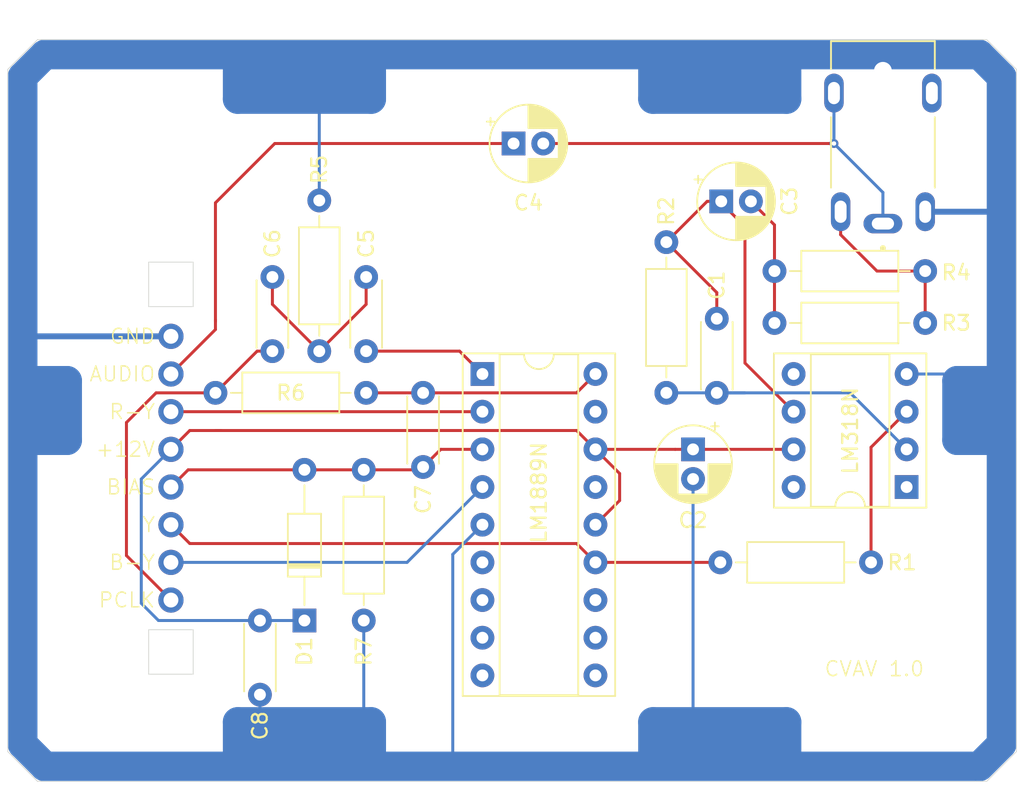
<source format=kicad_pcb>
(kicad_pcb (version 20240108) (generator "pcbnew") (generator_version "8.0")
  (layers (0 "F.Cu" signal) (31 "B.Cu" signal) (34 "B.Paste" user) (35 "F.Paste" user) (36 "B.SilkS" user "B.Silkscreen") (37 "F.SilkS" user "F.Silkscreen") (38 "B.Mask" user) (39 "F.Mask" user) (44 "Edge.Cuts" user))
  (net 0 "")
  (footprint "Capacitor_THT:CP_Radial_D5.0mm_P2.00mm" (layer "F.Cu") (at 34.1 7)
    (property "Reference" "C4" (at 1 4 0) (layer "F.SilkS"))
    (property "Value" "CP_Radial_D5.0mm_P2.00mm" (hide yes))
    (pad "1" thru_hole rect (at 0 0) (size 1.6 1.6) (drill 0.8) (layers "*.Cu" "*.Mask"))
    (pad "2" thru_hole circle (at 2 0) (size 1.6 1.6) (drill 0.8) (layers "*.Cu" "*.Mask"))
  )
  (footprint "Diode_THT:D_DO-35_SOD27_P10.16mm_Horizontal" (layer "F.Cu") (at 20 39.16 90)
    (property "Reference" "D1" (at -2.09 0 90) (layer "F.SilkS"))
    (property "Value" "D_DO-35_SOD27_P10.16mm_Horizontal" (hide yes))
    (pad "1" thru_hole rect (at 0 0 90) (size 1.6 1.6) (drill 0.8) (layers "*.Cu" "*.Mask"))
    (pad "2" thru_hole oval (at 10.16 0 90) (size 1.6 1.6) (drill 0.8) (layers "*.Cu" "*.Mask"))
  )
  (footprint "Resistor_THT:R_Axial_DIN0207_L6.3mm_D2.5mm_P10.16mm_Horizontal" (layer "F.Cu") (at 24 29 -90)
    (property "Reference" "R7" (at 12.25 0 90) (layer "F.SilkS"))
    (property "Value" "R_Axial_DIN0207_L6.3mm_D2.5mm_P10.16mm_Horizontal" (hide yes))
    (pad "1" thru_hole circle (at 0 0 270) (size 1.6 1.6) (drill 0.8) (layers "*.Cu" "*.Mask"))
    (pad "2" thru_hole oval (at 10.16 0 270) (size 1.6 1.6) (drill 0.8) (layers "*.Cu" "*.Mask"))
  )
  (footprint "Capacitor_THT:C_Disc_D4.3mm_W1.9mm_P5.00mm" (layer "F.Cu") (at 28 23.81 -90)
    (property "Reference" "C7" (at 7.19 0 90) (layer "F.SilkS"))
    (property "Value" "C_Disc_D4.3mm_W1.9mm_P5.00mm" (hide yes))
    (pad "1" thru_hole circle (at 0 0 270) (size 1.6 1.6) (drill 0.8) (layers "*.Cu" "*.Mask"))
    (pad "2" thru_hole circle (at 5 0 270) (size 1.6 1.6) (drill 0.8) (layers "*.Cu" "*.Mask"))
  )
  (footprint "Capacitor_THT:C_Disc_D4.3mm_W1.9mm_P5.00mm" (layer "F.Cu") (at 24.16 21 90)
    (property "Reference" "C5" (at 7.25 0 90) (layer "F.SilkS"))
    (property "Value" "C_Disc_D4.3mm_W1.9mm_P5.00mm" (hide yes))
    (pad "1" thru_hole circle (at 0 0 90) (size 1.6 1.6) (drill 0.8) (layers "*.Cu" "*.Mask"))
    (pad "2" thru_hole circle (at 5 0 90) (size 1.6 1.6) (drill 0.8) (layers "*.Cu" "*.Mask"))
  )
  (footprint "Package_DIP:DIP-8_W7.62mm_Socket" (layer "F.Cu") (at 60.6 30.16 180)
    (property "Reference" "LM318N" (at 3.8 3.8 90) (layer "F.SilkS"))
    (property "Value" "DIP-8_W7.62mm_Socket" (hide yes))
    (pad "1" thru_hole rect (at 0 0 180) (size 1.6 1.6) (drill 0.8) (layers "*.Cu" "*.Mask"))
    (pad "2" thru_hole oval (at 0 2.54 180) (size 1.6 1.6) (drill 0.8) (layers "*.Cu" "*.Mask"))
    (pad "3" thru_hole oval (at 0 5.08 180) (size 1.6 1.6) (drill 0.8) (layers "*.Cu" "*.Mask"))
    (pad "4" thru_hole oval (at 0 7.62 180) (size 1.6 1.6) (drill 0.8) (layers "*.Cu" "*.Mask"))
    (pad "5" thru_hole oval (at 7.62 7.62 180) (size 1.6 1.6) (drill 0.8) (layers "*.Cu" "*.Mask"))
    (pad "6" thru_hole oval (at 7.62 5.08 180) (size 1.6 1.6) (drill 0.8) (layers "*.Cu" "*.Mask"))
    (pad "7" thru_hole oval (at 7.62 2.54 180) (size 1.6 1.6) (drill 0.8) (layers "*.Cu" "*.Mask"))
    (pad "8" thru_hole oval (at 7.62 0 180) (size 1.6 1.6) (drill 0.8) (layers "*.Cu" "*.Mask"))
  )
  (footprint "Resistor_THT:R_Axial_DIN0207_L6.3mm_D2.5mm_P10.16mm_Horizontal" (layer "F.Cu") (at 48.04 35.24)
    (property "Reference" "R1" (at 12.25 0.01 0) (layer "F.SilkS"))
    (property "Value" "R_Axial_DIN0207_L6.3mm_D2.5mm_P10.16mm_Horizontal" (hide yes))
    (pad "1" thru_hole circle (at 0 0) (size 1.6 1.6) (drill 0.8) (layers "*.Cu" "*.Mask"))
    (pad "2" thru_hole oval (at 10.16 0) (size 1.6 1.6) (drill 0.8) (layers "*.Cu" "*.Mask"))
  )
  (footprint "Capacitor_THT:C_Disc_D4.3mm_W1.9mm_P5.00mm" (layer "F.Cu") (at 17.84 21 90)
    (property "Reference" "C6" (at 7.25 0 90) (layer "F.SilkS"))
    (property "Value" "C_Disc_D4.3mm_W1.9mm_P5.00mm" (hide yes))
    (pad "1" thru_hole circle (at 0 0 90) (size 1.6 1.6) (drill 0.8) (layers "*.Cu" "*.Mask"))
    (pad "2" thru_hole circle (at 5 0 90) (size 1.6 1.6) (drill 0.8) (layers "*.Cu" "*.Mask"))
  )
  (footprint "TestPoint:TestPoint_Pad_4.0x4.0mm" (layer "F.Cu") (at 48 48)
    (property "Reference" "REF**" (hide yes))
    (property "Value" "TestPoint_Pad_4.0x4.0mm" (hide yes))
    (pad "" smd rect (at 0 0) (size 9 4) (layers "B.Cu" "B.Mask"))
  )
  (footprint "TestPoint:TestPoint_Pad_4.0x4.0mm" (layer "F.Cu") (at 20 48)
    (property "Reference" "REF**" (hide yes))
    (property "Value" "TestPoint_Pad_4.0x4.0mm" (hide yes))
    (pad "" smd rect (at 0 0) (size 9 4) (layers "B.Cu" "B.Mask"))
  )
  (footprint "Capacitor_THT:C_Disc_D4.3mm_W1.9mm_P5.00mm" (layer "F.Cu") (at 17 39.16 -90)
    (property "Reference" "C8" (at 7.09 0 90) (layer "F.SilkS"))
    (property "Value" "C_Disc_D4.3mm_W1.9mm_P5.00mm" (hide yes))
    (pad "1" thru_hole circle (at 0 0 270) (size 1.6 1.6) (drill 0.8) (layers "*.Cu" "*.Mask"))
    (pad "2" thru_hole circle (at 5 0 270) (size 1.6 1.6) (drill 0.8) (layers "*.Cu" "*.Mask"))
  )
  (footprint "Capacitor_THT:C_Disc_D4.3mm_W1.9mm_P5.00mm" (layer "F.Cu") (at 47.8 23.81 90)
    (property "Reference" "C1" (at 7.25 0 90) (layer "F.SilkS"))
    (property "Value" "C_Disc_D4.3mm_W1.9mm_P5.00mm" (hide yes))
    (pad "1" thru_hole circle (at 0 0 90) (size 1.6 1.6) (drill 0.8) (layers "*.Cu" "*.Mask"))
    (pad "2" thru_hole circle (at 5 0 90) (size 1.6 1.6) (drill 0.8) (layers "*.Cu" "*.Mask"))
  )
  (footprint "Resistor_THT:R_Axial_DIN0207_L6.3mm_D2.5mm_P10.16mm_Horizontal" (layer "F.Cu") (at 21 21 90)
    (property "Reference" "R5" (at 12.25 0 90) (layer "F.SilkS"))
    (property "Value" "R_Axial_DIN0207_L6.3mm_D2.5mm_P10.16mm_Horizontal" (hide yes))
    (pad "1" thru_hole circle (at 0 0 90) (size 1.6 1.6) (drill 0.8) (layers "*.Cu" "*.Mask"))
    (pad "2" thru_hole oval (at 10.16 0 90) (size 1.6 1.6) (drill 0.8) (layers "*.Cu" "*.Mask"))
  )
  (footprint "TestPoint:TestPoint_Pad_4.0x4.0mm" (layer "F.Cu") (at 2 25)
    (property "Reference" "REF**" (hide yes))
    (property "Value" "TestPoint_Pad_4.0x4.0mm" (hide yes))
    (pad "" smd rect (at 0 0) (size 4 4) (layers "B.Cu" "B.Mask"))
  )
  (footprint "TestPoint:TestPoint_Pad_4.0x4.0mm" (layer "F.Cu") (at 48 2)
    (property "Reference" "REF**" (hide yes))
    (property "Value" "TestPoint_Pad_4.0x4.0mm" (hide yes))
    (pad "" smd rect (at 0 0) (size 9 4) (layers "B.Cu" "B.Mask"))
  )
  (footprint "" (layer "F.Cu") (at 11 25.08)
    (property "Reference" "" (at 0 0 0) (layer "F.SilkS") (effects (font (size 1.27 1.27))))
    (property "Value" "")
    (pad "3" thru_hole oval (at 0 0) (size 1.7 1.7) (drill 1) (layers "*.Cu" "*.Mask"))
  )
  (footprint "TestPoint:TestPoint_Pad_4.0x4.0mm" (layer "F.Cu") (at 66 25)
    (property "Reference" "REF**" (hide yes))
    (property "Value" "TestPoint_Pad_4.0x4.0mm" (hide yes))
    (pad "" smd rect (at 0 0) (size 4 4) (layers "B.Cu" "B.Mask"))
  )
  (footprint "MountingHole:MountingHole_2.2mm_M2" (layer "F.Cu") (at 64.4 46.5)
    (property "Reference" "REF**" (hide yes))
    (property "Value" "MountingHole_2.2mm_M2" (hide yes))
    (pad "" np_thru_hole circle (at 0 0) (size 2.2 2.2) (drill 2.2) (layers "*.Cu" "*.Mask"))
  )
  (footprint "TestPoint:TestPoint_Pad_4.0x4.0mm" (layer "F.Cu") (at 20 2)
    (property "Reference" "REF**" (hide yes))
    (property "Value" "TestPoint_Pad_4.0x4.0mm" (hide yes))
    (pad "" smd rect (at 0 0) (size 9 4) (layers "B.Cu" "B.Mask"))
  )
  (footprint "Capacitor_THT:CP_Radial_D5.0mm_P2.00mm" (layer "F.Cu") (at 48.1 10.9)
    (property "Reference" "C3" (at 4.6 0 90) (layer "F.SilkS"))
    (property "Value" "CP_Radial_D5.0mm_P2.00mm" (hide yes))
    (pad "1" thru_hole rect (at 0 0) (size 1.6 1.6) (drill 0.8) (layers "*.Cu" "*.Mask"))
    (pad "2" thru_hole circle (at 2 0) (size 1.6 1.6) (drill 0.8) (layers "*.Cu" "*.Mask"))
  )
  (footprint "Package_DIP:DIP-18_W7.62mm_Socket" (layer "F.Cu") (at 32 22.54)
    (property "Reference" "LM1889N" (at 3.81 8 90) (layer "F.SilkS"))
    (property "Value" "DIP-18_W7.62mm_Socket" (hide yes))
    (pad "1" thru_hole rect (at 0 0) (size 1.6 1.6) (drill 0.8) (layers "*.Cu" "*.Mask"))
    (pad "2" thru_hole oval (at 0 2.54) (size 1.6 1.6) (drill 0.8) (layers "*.Cu" "*.Mask"))
    (pad "3" thru_hole oval (at 0 5.08) (size 1.6 1.6) (drill 0.8) (layers "*.Cu" "*.Mask"))
    (pad "4" thru_hole oval (at 0 7.62) (size 1.6 1.6) (drill 0.8) (layers "*.Cu" "*.Mask"))
    (pad "5" thru_hole oval (at 0 10.16) (size 1.6 1.6) (drill 0.8) (layers "*.Cu" "*.Mask"))
    (pad "6" thru_hole oval (at 0 12.7) (size 1.6 1.6) (drill 0.8) (layers "*.Cu" "*.Mask"))
    (pad "7" thru_hole oval (at 0 15.24) (size 1.6 1.6) (drill 0.8) (layers "*.Cu" "*.Mask"))
    (pad "8" thru_hole oval (at 0 17.78) (size 1.6 1.6) (drill 0.8) (layers "*.Cu" "*.Mask"))
    (pad "9" thru_hole oval (at 0 20.32) (size 1.6 1.6) (drill 0.8) (layers "*.Cu" "*.Mask"))
    (pad "10" thru_hole oval (at 7.62 20.32) (size 1.6 1.6) (drill 0.8) (layers "*.Cu" "*.Mask"))
    (pad "11" thru_hole oval (at 7.62 17.78) (size 1.6 1.6) (drill 0.8) (layers "*.Cu" "*.Mask"))
    (pad "12" thru_hole oval (at 7.62 15.24) (size 1.6 1.6) (drill 0.8) (layers "*.Cu" "*.Mask"))
    (pad "13" thru_hole oval (at 7.62 12.7) (size 1.6 1.6) (drill 0.8) (layers "*.Cu" "*.Mask"))
    (pad "14" thru_hole oval (at 7.62 10.16) (size 1.6 1.6) (drill 0.8) (layers "*.Cu" "*.Mask"))
    (pad "15" thru_hole oval (at 7.62 7.62) (size 1.6 1.6) (drill 0.8) (layers "*.Cu" "*.Mask"))
    (pad "16" thru_hole oval (at 7.62 5.08) (size 1.6 1.6) (drill 0.8) (layers "*.Cu" "*.Mask"))
    (pad "17" thru_hole oval (at 7.62 2.54) (size 1.6 1.6) (drill 0.8) (layers "*.Cu" "*.Mask"))
    (pad "18" thru_hole oval (at 7.62 0) (size 1.6 1.6) (drill 0.8) (layers "*.Cu" "*.Mask"))
  )
  (footprint "" (layer "F.Cu") (at 11 37.78)
    (property "Reference" "" (at 0 0 0) (layer "F.SilkS") (effects (font (size 1.27 1.27))))
    (property "Value" "")
    (pad "8" thru_hole oval (at 0 0) (size 1.7 1.7) (drill 1) (layers "*.Cu" "*.Mask"))
  )
  (footprint "" (layer "F.Cu") (at 11 32.7)
    (property "Reference" "" (at 0 0 0) (layer "F.SilkS") (effects (font (size 1.27 1.27))))
    (property "Value" "")
    (pad "6" thru_hole oval (at 0 0) (size 1.7 1.7) (drill 1) (layers "*.Cu" "*.Mask"))
  )
  (footprint "" (layer "F.Cu") (at 11 22.54)
    (property "Reference" "" (at 0 0 0) (layer "F.SilkS") (effects (font (size 1.27 1.27))))
    (property "Value" "")
    (pad "2" thru_hole oval (at 0 0) (size 1.7 1.7) (drill 1) (layers "*.Cu" "*.Mask"))
  )
  (footprint "" (layer "F.Cu") (at 11 27.62)
    (property "Reference" "" (at 0 0 0) (layer "F.SilkS") (effects (font (size 1.27 1.27))))
    (property "Value" "")
    (pad "4" thru_hole oval (at 0 0) (size 1.7 1.7) (drill 1) (layers "*.Cu" "*.Mask"))
  )
  (footprint "" (layer "F.Cu") (at 11 35.24)
    (property "Reference" "" (at 0 0 0) (layer "F.SilkS") (effects (font (size 1.27 1.27))))
    (property "Value" "")
    (pad "7" thru_hole oval (at 0 0) (size 1.7 1.7) (drill 1) (layers "*.Cu" "*.Mask"))
  )
  (footprint "SJ3-35074A:SAMESKY_SJ3-35074A" (layer "F.Cu") (at 59 5.1 180)
    (property "Reference" "REF**" (hide yes))
    (property "Value" "SAMESKY_SJ3-35074A" (hide yes))
    (pad "" np_thru_hole circle (at 0 -4 180) (size 1.2 1.2) (drill 1.2) (layers "*.Cu" "*.Mask"))
    (pad "" np_thru_hole circle (at 0 3 180) (size 1.2 1.2) (drill 1.2) (layers "*.Cu" "*.Mask"))
    (pad "1" thru_hole oval (at 0 -7.3 180) (size 2.616 1.308) (drill oval 1.5 0.8) (layers "*.Cu" "*.Mask"))
    (pad "2_1" thru_hole oval (at -3.3 1.5 180) (size 1.308 2.616) (drill oval 0.8 1.5) (layers "*.Cu" "*.Mask"))
    (pad "2_2" thru_hole oval (at 3.3 1.5 180) (size 1.308 2.616) (drill oval 0.8 1.5) (layers "*.Cu" "*.Mask"))
    (pad "3" thru_hole oval (at 2.85 -6.5 180) (size 1.308 2.616) (drill oval 0.8 1.5) (layers "*.Cu" "*.Mask"))
    (pad "4" thru_hole oval (at -2.85 -6.5 180) (size 1.308 2.616) (drill oval 0.8 1.5) (layers "*.Cu" "*.Mask"))
  )
  (footprint "Resistor_THT:R_Axial_DIN0207_L6.3mm_D2.5mm_P10.16mm_Horizontal" (layer "F.Cu") (at 61.85 19.1 180)
    (property "Reference" "R3" (at -2.09 0 0) (layer "F.SilkS"))
    (property "Value" "150 Ω" (hide yes))
    (pad "1" thru_hole circle (at 0 0 180) (size 1.6 1.6) (drill 0.8) (layers "*.Cu" "*.Mask"))
    (pad "2" thru_hole oval (at 10.16 0 180) (size 1.6 1.6) (drill 0.8) (layers "*.Cu" "*.Mask"))
  )
  (footprint "Capacitor_THT:CP_Radial_D5.0mm_P2.00mm" (layer "F.Cu") (at 46.2 27.62 -90)
    (property "Reference" "C2" (at 4.78 0 0) (layer "F.SilkS"))
    (property "Value" "CP_Radial_D5.0mm_P2.00mm" (hide yes))
    (pad "1" thru_hole rect (at 0 0 270) (size 1.6 1.6) (drill 0.8) (layers "*.Cu" "*.Mask"))
    (pad "2" thru_hole circle (at 2 0 270) (size 1.6 1.6) (drill 0.8) (layers "*.Cu" "*.Mask"))
  )
  (footprint "" (layer "F.Cu") (at 11 30.16)
    (property "Reference" "" (at 0 0 0) (layer "F.SilkS") (effects (font (size 1.27 1.27))))
    (property "Value" "")
    (pad "5" thru_hole oval (at 0 0) (size 1.7 1.7) (drill 1) (layers "*.Cu" "*.Mask"))
  )
  (footprint "Resistor_THT:R_Axial_DIN0207_L6.3mm_D2.5mm_P10.16mm_Horizontal" (layer "F.Cu") (at 44.4 23.81 90)
    (property "Reference" "R2" (at 12.25 0 90) (layer "F.SilkS"))
    (property "Value" "10K Ω" (hide yes))
    (pad "1" thru_hole circle (at 0 0 90) (size 1.6 1.6) (drill 0.8) (layers "*.Cu" "*.Mask"))
    (pad "2" thru_hole oval (at 10.16 0 90) (size 1.6 1.6) (drill 0.8) (layers "*.Cu" "*.Mask"))
  )
  (footprint "Resistor_THT:R_Axial_DIN0207_L6.3mm_D2.5mm_P10.16mm_Horizontal" (layer "F.Cu") (at 61.85 15.6 180)
    (property "Reference" "R4" (at -2.09 -0.1 0) (layer "F.SilkS"))
    (property "Value" "150 Ω" (hide yes))
    (pad "1" thru_hole circle (at 0 0 180) (size 1.6 1.6) (drill 0.8) (layers "*.Cu" "*.Mask"))
    (pad "2" thru_hole oval (at 10.16 0 180) (size 1.6 1.6) (drill 0.8) (layers "*.Cu" "*.Mask"))
  )
  (footprint "Resistor_THT:R_Axial_DIN0207_L6.3mm_D2.5mm_P10.16mm_Horizontal" (layer "F.Cu") (at 14 23.81)
    (property "Reference" "R6" (at 5.08 0 0) (layer "F.SilkS"))
    (property "Value" "R_Axial_DIN0207_L6.3mm_D2.5mm_P10.16mm_Horizontal" (hide yes))
    (pad "1" thru_hole circle (at 0 0) (size 1.6 1.6) (drill 0.8) (layers "*.Cu" "*.Mask"))
    (pad "2" thru_hole oval (at 10.16 0) (size 1.6 1.6) (drill 0.8) (layers "*.Cu" "*.Mask"))
  )
  (footprint "" (layer "F.Cu") (at 11 20)
    (property "Reference" "" (at 0 0 0) (layer "F.SilkS") (effects (font (size 1.27 1.27))))
    (property "Value" "")
    (pad "1" thru_hole oval (at 0 0) (size 1.7 1.7) (drill 1) (layers "*.Cu" "*.Mask"))
  )
  (gr_line (start 2 0) (end 66 0) (stroke (width 0.05)) (layer "Edge.Cuts"))
  (gr_line (start 12.5 15) (end 12.5 18) (stroke (width 0.05)) (layer "Edge.Cuts"))
  (gr_line (start 9.5 42.78) (end 9.5 39.78) (stroke (width 0.05)) (layer "Edge.Cuts"))
  (gr_line (start 0 48) (end 2 50) (stroke (width 0.05)) (layer "Edge.Cuts"))
  (gr_line (start 68 2) (end 68 48) (stroke (width 0.05)) (layer "Edge.Cuts"))
  (gr_line (start 12.5 42.78) (end 9.5 42.78) (stroke (width 0.05)) (layer "Edge.Cuts"))
  (gr_line (start 12.5 39.78) (end 12.5 42.78) (stroke (width 0.05)) (layer "Edge.Cuts"))
  (gr_line (start 66 50) (end 68 48) (stroke (width 0.05)) (layer "Edge.Cuts"))
  (gr_line (start 66 50) (end 2 50) (stroke (width 0.05)) (layer "Edge.Cuts"))
  (gr_line (start 9.5 39.78) (end 12.5 39.78) (stroke (width 0.05)) (layer "Edge.Cuts"))
  (gr_line (start 0 2) (end 2 0) (stroke (width 0.05)) (layer "Edge.Cuts"))
  (gr_line (start 66 0) (end 68 2) (stroke (width 0.05)) (layer "Edge.Cuts"))
  (gr_line (start 9.5 18) (end 9.5 15) (stroke (width 0.05)) (layer "Edge.Cuts"))
  (gr_line (start 0 48) (end 0 2) (stroke (width 0.05)) (layer "Edge.Cuts"))
  (gr_line (start 12.5 18) (end 9.5 18) (stroke (width 0.05)) (layer "Edge.Cuts"))
  (gr_line (start 9.5 15) (end 12.5 15) (stroke (width 0.05)) (layer "Edge.Cuts"))
  (gr_text "B-Y" (at 10 35.24 0) (layer "F.SilkS") (effects (font (size 1 1) (thickness 0.1)) (justify right)))
  (gr_text "PCLK" (at 10 37.78 0) (layer "F.SilkS") (effects (font (size 1 1) (thickness 0.1)) (justify right)))
  (gr_text "BIAS" (at 10 30.16 0) (layer "F.SilkS") (effects (font (size 1 1) (thickness 0.1)) (justify right)))
  (gr_text "CVAV 1.0" (at 55 43 0) (layer "F.SilkS") (effects (font (size 1 1) (thickness 0.1)) (justify left bottom)))
  (gr_text "Y" (at 10 32.7 0) (layer "F.SilkS") (effects (font (size 1 1) (thickness 0.1)) (justify right)))
  (gr_text "GND" (at 10 20 0) (layer "F.SilkS") (effects (font (size 1 1) (thickness 0.1)) (justify right)))
  (gr_text "AUDIO" (at 10 22.54 0) (layer "F.SilkS") (effects (font (size 1 1) (thickness 0.1)) (justify right)))
  (gr_text "+12V" (at 10 27.62 0) (layer "F.SilkS") (effects (font (size 1 1) (thickness 0.1)) (justify right)))
  (gr_text "R-Y" (at 10 25.08 0) (layer "F.SilkS") (effects (font (size 1 1) (thickness 0.1)) (justify right)))
  (segment (start 11 32.7) (end 12.27 33.97) (width 0.2) (layer "F.Cu") (net 0))
  (segment (start 28 23.81) (end 38.35 23.81) (width 0.2) (layer "F.Cu") (net 0))
  (segment (start 41.25 31.07) (end 39.62 32.7) (width 0.2) (layer "F.Cu") (net 0))
  (segment (start 56.15 13.15) (end 58.6 15.6) (width 0.2) (layer "F.Cu") (net 0))
  (segment (start 14 19.54) (end 14 18.9) (width 0.2) (layer "F.Cu") (net 0))
  (segment (start 38.6 26.6) (end 39.62 27.62) (width 0.2) (layer "F.Cu") (net 0))
  (segment (start 17.84 16) (end 17.84 17.84) (width 0.2) (layer "F.Cu") (net 0))
  (segment (start 12.16 29) (end 11 30.16) (width 0.2) (layer "F.Cu") (net 0))
  (segment (start 47.8 18.81) (end 47.8 17.05) (width 0.2) (layer "F.Cu") (net 0))
  (segment (start 56.15 11.6) (end 56.15 13.15) (width 0.2) (layer "F.Cu") (net 0))
  (segment (start 58.2 27.48) (end 60.6 25.08) (width 0.2) (layer "F.Cu") (net 0))
  (segment (start 38.35 23.81) (end 39.62 22.54) (width 0.2) (layer "F.Cu") (net 0))
  (segment (start 47.8 17.05) (end 44.4 13.65) (width 0.2) (layer "F.Cu") (net 0))
  (segment (start 10 23.81) (end 8 25.81) (width 0.2) (layer "F.Cu") (net 0))
  (segment (start 20.8 29) (end 12.16 29) (width 0.2) (layer "F.Cu") (net 0))
  (segment (start 16.81 21) (end 17.84 21) (width 0.2) (layer "F.Cu") (net 0))
  (segment (start 49.7 21.8) (end 49.7 12.6) (width 0.2) (layer "F.Cu") (net 0))
  (segment (start 27.81 29) (end 28 28.81) (width 0.2) (layer "F.Cu") (net 0))
  (segment (start 11 27.62) (end 12.27 26.35) (width 0.2) (layer "F.Cu") (net 0))
  (segment (start 18 7) (end 34.1 7) (width 0.2) (layer "F.Cu") (net 0))
  (segment (start 44.4 13.65) (end 47.15 10.9) (width 0.2) (layer "F.Cu") (net 0))
  (segment (start 52.98 25.08) (end 49.7 21.8) (width 0.2) (layer "F.Cu") (net 0))
  (segment (start 58.2 35.24) (end 58.2 27.48) (width 0.2) (layer "F.Cu") (net 0))
  (segment (start 24.16 17.84) (end 21 21) (width 0.2) (layer "F.Cu") (net 0))
  (segment (start 14 19) (end 14 11) (width 0.2) (layer "F.Cu") (net 0))
  (segment (start 24.16 23.81) (end 24.17 23.8) (width 0.2) (layer "F.Cu") (net 0))
  (segment (start 17.84 17.84) (end 21 21) (width 0.2) (layer "F.Cu") (net 0))
  (segment (start 24.16 16) (end 24.16 17.84) (width 0.2) (layer "F.Cu") (net 0))
  (segment (start 8 34.78) (end 11 37.78) (width 0.2) (layer "F.Cu") (net 0))
  (segment (start 12.27 33.97) (end 38.35 33.97) (width 0.2) (layer "F.Cu") (net 0))
  (segment (start 51.69 12.49) (end 50.1 10.9) (width 0.2) (layer "F.Cu") (net 0))
  (segment (start 51.69 15.6) (end 51.69 19.1) (width 0.2) (layer "F.Cu") (net 0))
  (segment (start 24.16 21) (end 30.46 21) (width 0.2) (layer "F.Cu") (net 0))
  (segment (start 36.1 7) (end 55.7 7) (width 0.2) (layer "F.Cu") (net 0))
  (segment (start 41.25 29.25) (end 41.25 31.07) (width 0.2) (layer "F.Cu") (net 0))
  (segment (start 38.35 26.35) (end 38.6 26.6) (width 0.2) (layer "F.Cu") (net 0))
  (segment (start 58.6 15.6) (end 61.85 15.6) (width 0.2) (layer "F.Cu") (net 0))
  (segment (start 11 27.62) (end 11.02 27.62) (width 0.2) (layer "F.Cu") (net 0))
  (segment (start 49.7 12.6) (end 48.1 11) (width 0.2) (layer "F.Cu") (net 0))
  (segment (start 14 23.81) (end 10 23.81) (width 0.2) (layer "F.Cu") (net 0))
  (segment (start 29.19 27.62) (end 28 28.81) (width 0.2) (layer "F.Cu") (net 0))
  (segment (start 8 25.81) (end 8 34.78) (width 0.2) (layer "F.Cu") (net 0))
  (segment (start 12.27 26.35) (end 14.4 26.35) (width 0.2) (layer "F.Cu") (net 0))
  (segment (start 51.69 15.6) (end 51.69 12.49) (width 0.2) (layer "F.Cu") (net 0))
  (segment (start 11 25.08) (end 32 25.08) (width 0.2) (layer "F.Cu") (net 0))
  (segment (start 39.62 27.62) (end 41.25 29.25) (width 0.2) (layer "F.Cu") (net 0))
  (segment (start 48.1 11) (end 48.1 10.9) (width 0.2) (layer "F.Cu") (net 0))
  (segment (start 38.35 33.97) (end 39.62 35.24) (width 0.2) (layer "F.Cu") (net 0))
  (segment (start 20.8 29) (end 27.81 29) (width 0.2) (layer "F.Cu") (net 0))
  (segment (start 11.46 22.54) (end 11 22.54) (width 0.2) (layer "F.Cu") (net 0))
  (segment (start 32 27.62) (end 29.19 27.62) (width 0.2) (layer "F.Cu") (net 0))
  (segment (start 24.16 23.81) (end 28 23.81) (width 0.2) (layer "F.Cu") (net 0))
  (segment (start 61.85 15.6) (end 61.85 19.1) (width 0.2) (layer "F.Cu") (net 0))
  (segment (start 39.62 27.62) (end 45 27.62) (width 0.2) (layer "F.Cu") (net 0))
  (segment (start 30.46 21) (end 32 22.54) (width 0.2) (layer "F.Cu") (net 0))
  (segment (start 14 11) (end 18 7) (width 0.2) (layer "F.Cu") (net 0))
  (segment (start 52.98 27.62) (end 45 27.62) (width 0.2) (layer "F.Cu") (net 0))
  (segment (start 39.62 35.24) (end 48.04 35.24) (width 0.2) (layer "F.Cu") (net 0))
  (segment (start 14 26.35) (end 38.35 26.35) (width 0.2) (layer "F.Cu") (net 0))
  (segment (start 14 23.81) (end 16.81 21) (width 0.2) (layer "F.Cu") (net 0))
  (segment (start 11 22.54) (end 14 19.54) (width 0.2) (layer "F.Cu") (net 0))
  (segment (start 47.15 10.9) (end 48.1 10.9) (width 0.2) (layer "F.Cu") (net 0))
  (via (at 55.7 7) (size 0.6) (drill 0.3) (layers "F.Cu" "B.Cu") (net 0))
  (segment (start 43.5 46) (end 52.5 46) (width 2) (layer "B.Cu") (net 0))
  (segment (start 64 23) (end 64 27) (width 2) (layer "B.Cu") (net 0))
  (segment (start 65.5 1) (end 67 2.5) (width 2) (layer "B.Cu") (net 0))
  (segment (start 52.5 1) (end 52.5 4) (width 2) (layer "B.Cu") (net 0))
  (segment (start 17 39.16) (end 20 39.16) (width 0.2) (layer "B.Cu") (net 0))
  (segment (start 52.5 46) (end 52.5 49) (width 2) (layer "B.Cu") (net 0))
  (segment (start 1 2.5) (end 1 47.5) (width 2) (layer "B.Cu") (net 0))
  (segment (start 10.16 39.16) (end 9 38) (width 0.2) (layer "B.Cu") (net 0))
  (segment (start 17.8 1) (end 65.5 1) (width 2) (layer "B.Cu") (net 0))
  (segment (start 15.5 4) (end 24.5 4) (width 2) (layer "B.Cu") (net 0))
  (segment (start 59 12.4) (end 59 10.3) (width 0.2) (layer "B.Cu") (net 0))
  (segment (start 9 38) (end 9 29.62) (width 0.2) (layer "B.Cu") (net 0))
  (segment (start 1 27) (end 4 27) (width 2) (layer "B.Cu") (net 0))
  (segment (start 21 10.84) (end 21 1) (width 0.2) (layer "B.Cu") (net 0))
  (segment (start 47.8 23.81) (end 49.7 23.81) (width 0.2) (layer "B.Cu") (net 0))
  (segment (start 66.96 22.54) (end 67 22.5) (width 0.2) (layer "B.Cu") (net 0))
  (segment (start 59 10.3) (end 55.7 7) (width 0.2) (layer "B.Cu") (net 0))
  (segment (start 46.2 29.62) (end 46.2 48.8) (width 0.2) (layer "B.Cu") (net 0))
  (segment (start 11 35.24) (end 26.92 35.24) (width 0.2) (layer "B.Cu") (net 0))
  (segment (start 45.2 49) (end 65 49) (width 2) (layer "B.Cu") (net 0))
  (segment (start 64 27) (end 67 27) (width 2) (layer "B.Cu") (net 0))
  (segment (start 67 47.5) (end 65.5 49) (width 2) (layer "B.Cu") (net 0))
  (segment (start 43.5 46) (end 43.5 49) (width 2) (layer "B.Cu") (net 0))
  (segment (start 43.5 4) (end 52.5 4) (width 2) (layer "B.Cu") (net 0))
  (segment (start 60.6 22.54) (end 66.96 22.54) (width 0.2) (layer "B.Cu") (net 0))
  (segment (start 2.5 49) (end 45.2 49) (width 2) (layer "B.Cu") (net 0))
  (segment (start 61.85 11.6) (end 67 11.6) (width 0.4) (layer "B.Cu") (net 0))
  (segment (start 15.5 46) (end 24.5 46) (width 2) (layer "B.Cu") (net 0))
  (segment (start 17 44.16) (end 17 49) (width 0.2) (layer "B.Cu") (net 0))
  (segment (start 4 23) (end 4 27) (width 2) (layer "B.Cu") (net 0))
  (segment (start 45 48.8) (end 45.2 49) (width 0.2) (layer "B.Cu") (net 0))
  (segment (start 60.6 27.62) (end 56.79 23.81) (width 0.2) (layer "B.Cu") (net 0))
  (segment (start 67 22.5) (end 67 47.5) (width 2) (layer "B.Cu") (net 0))
  (segment (start 24 39.16) (end 24 49) (width 0.2) (layer "B.Cu") (net 0))
  (segment (start 17 39.16) (end 10.16 39.16) (width 0.2) (layer "B.Cu") (net 0))
  (segment (start 30.3 34.4) (end 30 34.7) (width 0.2) (layer "B.Cu") (net 0))
  (segment (start 56.79 23.81) (end 47.8 23.81) (width 0.2) (layer "B.Cu") (net 0))
  (segment (start 55.7 7) (end 55.7 3.6) (width 0.2) (layer "B.Cu") (net 0))
  (segment (start 2.5 1) (end 17.8 1) (width 2) (layer "B.Cu") (net 0))
  (segment (start 67 2.5) (end 67 22.5) (width 2) (layer "B.Cu") (net 0))
  (segment (start 1 2.5) (end 2.5 1) (width 2) (layer "B.Cu") (net 0))
  (segment (start 56.15 11.6) (end 56.15 10.85) (width 0.2) (layer "B.Cu") (net 0))
  (segment (start 24.5 1) (end 24.5 4) (width 2) (layer "B.Cu") (net 0))
  (segment (start 26.92 35.24) (end 32 30.16) (width 0.2) (layer "B.Cu") (net 0))
  (segment (start 30 34.7) (end 30 49) (width 0.2) (layer "B.Cu") (net 0))
  (segment (start 15.5 46) (end 15.5 49) (width 2) (layer "B.Cu") (net 0))
  (segment (start 24.5 46) (end 24.5 49) (width 2) (layer "B.Cu") (net 0))
  (segment (start 11 20) (end 1 20) (width 0.4) (layer "B.Cu") (net 0))
  (segment (start 64 23) (end 67 23) (width 2) (layer "B.Cu") (net 0))
  (segment (start 9 29.62) (end 11 27.62) (width 0.2) (layer "B.Cu") (net 0))
  (segment (start 1 47.5) (end 2.5 49) (width 2) (layer "B.Cu") (net 0))
  (segment (start 43.5 1) (end 43.5 4) (width 2) (layer "B.Cu") (net 0))
  (segment (start 32 32.7) (end 30.3 34.4) (width 0.2) (layer "B.Cu") (net 0))
  (segment (start 1 23) (end 4 23) (width 2) (layer "B.Cu") (net 0))
  (segment (start 44.4 23.81) (end 47.8 23.81) (width 0.2) (layer "B.Cu") (net 0))
  (segment (start 15.5 1) (end 15.5 4) (width 2) (layer "B.Cu") (net 0))
)
</source>
